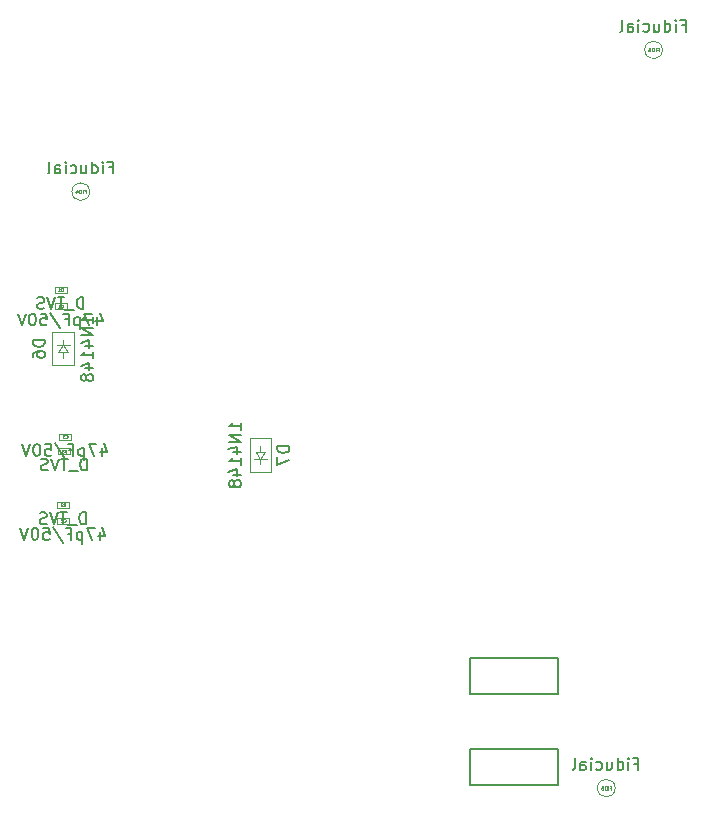
<source format=gbr>
G04 #@! TF.GenerationSoftware,KiCad,Pcbnew,5.1.6+dfsg1-1~bpo10+1*
G04 #@! TF.CreationDate,2021-06-19T16:41:40-04:00*
G04 #@! TF.ProjectId,RUSP_Daughterboard,52555350-5f44-4617-9567-68746572626f,rev?*
G04 #@! TF.SameCoordinates,Original*
G04 #@! TF.FileFunction,Other,Fab,Bot*
%FSLAX46Y46*%
G04 Gerber Fmt 4.6, Leading zero omitted, Abs format (unit mm)*
G04 Created by KiCad (PCBNEW 5.1.6+dfsg1-1~bpo10+1) date 2021-06-19 16:41:40*
%MOMM*%
%LPD*%
G01*
G04 APERTURE LIST*
%ADD10C,0.100000*%
%ADD11C,0.150000*%
%ADD12C,0.040000*%
%ADD13C,0.050000*%
G04 APERTURE END LIST*
D10*
X125300000Y-96450000D02*
X125300000Y-95950000D01*
X125300000Y-95950000D02*
X124300000Y-95950000D01*
X124300000Y-95950000D02*
X124300000Y-96450000D01*
X124300000Y-96450000D02*
X125300000Y-96450000D01*
X125525000Y-114600000D02*
X125525000Y-114100000D01*
X125525000Y-114100000D02*
X124525000Y-114100000D01*
X124525000Y-114100000D02*
X124525000Y-114600000D01*
X124525000Y-114600000D02*
X125525000Y-114600000D01*
X124690000Y-107500000D02*
X125690000Y-107500000D01*
X124690000Y-107000000D02*
X124690000Y-107500000D01*
X125690000Y-107000000D02*
X124690000Y-107000000D01*
X125690000Y-107500000D02*
X125690000Y-107000000D01*
X125300000Y-95050000D02*
X125300000Y-94550000D01*
X125300000Y-94550000D02*
X124300000Y-94550000D01*
X124300000Y-94550000D02*
X124300000Y-95050000D01*
X124300000Y-95050000D02*
X125300000Y-95050000D01*
X124515000Y-113275000D02*
X125515000Y-113275000D01*
X124515000Y-112775000D02*
X124515000Y-113275000D01*
X125515000Y-112775000D02*
X124515000Y-112775000D01*
X125515000Y-113275000D02*
X125515000Y-112775000D01*
X125600000Y-108725000D02*
X125600000Y-108225000D01*
X125600000Y-108225000D02*
X124600000Y-108225000D01*
X124600000Y-108225000D02*
X124600000Y-108725000D01*
X124600000Y-108725000D02*
X125600000Y-108725000D01*
X127250000Y-86500000D02*
G75*
G03*
X127250000Y-86500000I-750000J0D01*
G01*
X175750000Y-74500000D02*
G75*
G03*
X175750000Y-74500000I-750000J0D01*
G01*
X171750000Y-137000000D02*
G75*
G03*
X171750000Y-137000000I-750000J0D01*
G01*
D11*
X159450000Y-129000000D02*
X166950000Y-129000000D01*
X166950000Y-129000000D02*
X166950000Y-126000000D01*
X166950000Y-126000000D02*
X159450000Y-126000000D01*
X159450000Y-126000000D02*
X159450000Y-129000000D01*
X159450000Y-133700000D02*
X159450000Y-136700000D01*
X166950000Y-133700000D02*
X159450000Y-133700000D01*
X166950000Y-136700000D02*
X166950000Y-133700000D01*
X159450000Y-136700000D02*
X166950000Y-136700000D01*
D10*
X125000000Y-100050000D02*
X125000000Y-100550000D01*
X125400000Y-100050000D02*
X125000000Y-99450000D01*
X124600000Y-100050000D02*
X125400000Y-100050000D01*
X125000000Y-99450000D02*
X124600000Y-100050000D01*
X125000000Y-99450000D02*
X125550000Y-99450000D01*
X125000000Y-99450000D02*
X124450000Y-99450000D01*
X125000000Y-99050000D02*
X125000000Y-99450000D01*
X125900000Y-98400000D02*
X124100000Y-98400000D01*
X125900000Y-101200000D02*
X125900000Y-98400000D01*
X124100000Y-101200000D02*
X125900000Y-101200000D01*
X124100000Y-98400000D02*
X124100000Y-101200000D01*
X142600000Y-110200000D02*
X142600000Y-107400000D01*
X142600000Y-107400000D02*
X140800000Y-107400000D01*
X140800000Y-107400000D02*
X140800000Y-110200000D01*
X140800000Y-110200000D02*
X142600000Y-110200000D01*
X141700000Y-109550000D02*
X141700000Y-109150000D01*
X141700000Y-109150000D02*
X142250000Y-109150000D01*
X141700000Y-109150000D02*
X141150000Y-109150000D01*
X141700000Y-109150000D02*
X142100000Y-108550000D01*
X142100000Y-108550000D02*
X141300000Y-108550000D01*
X141300000Y-108550000D02*
X141700000Y-109150000D01*
X141700000Y-108550000D02*
X141700000Y-108050000D01*
D11*
X127871428Y-97155714D02*
X127871428Y-97822380D01*
X128109523Y-96774761D02*
X128347619Y-97489047D01*
X127728571Y-97489047D01*
X127442857Y-96822380D02*
X126776190Y-96822380D01*
X127204761Y-97822380D01*
X126395238Y-97155714D02*
X126395238Y-98155714D01*
X126395238Y-97203333D02*
X126300000Y-97155714D01*
X126109523Y-97155714D01*
X126014285Y-97203333D01*
X125966666Y-97250952D01*
X125919047Y-97346190D01*
X125919047Y-97631904D01*
X125966666Y-97727142D01*
X126014285Y-97774761D01*
X126109523Y-97822380D01*
X126300000Y-97822380D01*
X126395238Y-97774761D01*
X125157142Y-97298571D02*
X125490476Y-97298571D01*
X125490476Y-97822380D02*
X125490476Y-96822380D01*
X125014285Y-96822380D01*
X123919047Y-96774761D02*
X124776190Y-98060476D01*
X123109523Y-96822380D02*
X123585714Y-96822380D01*
X123633333Y-97298571D01*
X123585714Y-97250952D01*
X123490476Y-97203333D01*
X123252380Y-97203333D01*
X123157142Y-97250952D01*
X123109523Y-97298571D01*
X123061904Y-97393809D01*
X123061904Y-97631904D01*
X123109523Y-97727142D01*
X123157142Y-97774761D01*
X123252380Y-97822380D01*
X123490476Y-97822380D01*
X123585714Y-97774761D01*
X123633333Y-97727142D01*
X122442857Y-96822380D02*
X122347619Y-96822380D01*
X122252380Y-96870000D01*
X122204761Y-96917619D01*
X122157142Y-97012857D01*
X122109523Y-97203333D01*
X122109523Y-97441428D01*
X122157142Y-97631904D01*
X122204761Y-97727142D01*
X122252380Y-97774761D01*
X122347619Y-97822380D01*
X122442857Y-97822380D01*
X122538095Y-97774761D01*
X122585714Y-97727142D01*
X122633333Y-97631904D01*
X122680952Y-97441428D01*
X122680952Y-97203333D01*
X122633333Y-97012857D01*
X122585714Y-96917619D01*
X122538095Y-96870000D01*
X122442857Y-96822380D01*
X121823809Y-96822380D02*
X121490476Y-97822380D01*
X121157142Y-96822380D01*
D12*
X124841666Y-96289285D02*
X124853571Y-96301190D01*
X124889285Y-96313095D01*
X124913095Y-96313095D01*
X124948809Y-96301190D01*
X124972619Y-96277380D01*
X124984523Y-96253571D01*
X124996428Y-96205952D01*
X124996428Y-96170238D01*
X124984523Y-96122619D01*
X124972619Y-96098809D01*
X124948809Y-96075000D01*
X124913095Y-96063095D01*
X124889285Y-96063095D01*
X124853571Y-96075000D01*
X124841666Y-96086904D01*
X124603571Y-96313095D02*
X124746428Y-96313095D01*
X124675000Y-96313095D02*
X124675000Y-96063095D01*
X124698809Y-96098809D01*
X124722619Y-96122619D01*
X124746428Y-96134523D01*
D11*
X128096428Y-115305714D02*
X128096428Y-115972380D01*
X128334523Y-114924761D02*
X128572619Y-115639047D01*
X127953571Y-115639047D01*
X127667857Y-114972380D02*
X127001190Y-114972380D01*
X127429761Y-115972380D01*
X126620238Y-115305714D02*
X126620238Y-116305714D01*
X126620238Y-115353333D02*
X126525000Y-115305714D01*
X126334523Y-115305714D01*
X126239285Y-115353333D01*
X126191666Y-115400952D01*
X126144047Y-115496190D01*
X126144047Y-115781904D01*
X126191666Y-115877142D01*
X126239285Y-115924761D01*
X126334523Y-115972380D01*
X126525000Y-115972380D01*
X126620238Y-115924761D01*
X125382142Y-115448571D02*
X125715476Y-115448571D01*
X125715476Y-115972380D02*
X125715476Y-114972380D01*
X125239285Y-114972380D01*
X124144047Y-114924761D02*
X125001190Y-116210476D01*
X123334523Y-114972380D02*
X123810714Y-114972380D01*
X123858333Y-115448571D01*
X123810714Y-115400952D01*
X123715476Y-115353333D01*
X123477380Y-115353333D01*
X123382142Y-115400952D01*
X123334523Y-115448571D01*
X123286904Y-115543809D01*
X123286904Y-115781904D01*
X123334523Y-115877142D01*
X123382142Y-115924761D01*
X123477380Y-115972380D01*
X123715476Y-115972380D01*
X123810714Y-115924761D01*
X123858333Y-115877142D01*
X122667857Y-114972380D02*
X122572619Y-114972380D01*
X122477380Y-115020000D01*
X122429761Y-115067619D01*
X122382142Y-115162857D01*
X122334523Y-115353333D01*
X122334523Y-115591428D01*
X122382142Y-115781904D01*
X122429761Y-115877142D01*
X122477380Y-115924761D01*
X122572619Y-115972380D01*
X122667857Y-115972380D01*
X122763095Y-115924761D01*
X122810714Y-115877142D01*
X122858333Y-115781904D01*
X122905952Y-115591428D01*
X122905952Y-115353333D01*
X122858333Y-115162857D01*
X122810714Y-115067619D01*
X122763095Y-115020000D01*
X122667857Y-114972380D01*
X122048809Y-114972380D02*
X121715476Y-115972380D01*
X121382142Y-114972380D01*
D12*
X125066666Y-114439285D02*
X125078571Y-114451190D01*
X125114285Y-114463095D01*
X125138095Y-114463095D01*
X125173809Y-114451190D01*
X125197619Y-114427380D01*
X125209523Y-114403571D01*
X125221428Y-114355952D01*
X125221428Y-114320238D01*
X125209523Y-114272619D01*
X125197619Y-114248809D01*
X125173809Y-114225000D01*
X125138095Y-114213095D01*
X125114285Y-114213095D01*
X125078571Y-114225000D01*
X125066666Y-114236904D01*
X124971428Y-114236904D02*
X124959523Y-114225000D01*
X124935714Y-114213095D01*
X124876190Y-114213095D01*
X124852380Y-114225000D01*
X124840476Y-114236904D01*
X124828571Y-114260714D01*
X124828571Y-114284523D01*
X124840476Y-114320238D01*
X124983333Y-114463095D01*
X124828571Y-114463095D01*
D11*
X128261428Y-108205714D02*
X128261428Y-108872380D01*
X128499523Y-107824761D02*
X128737619Y-108539047D01*
X128118571Y-108539047D01*
X127832857Y-107872380D02*
X127166190Y-107872380D01*
X127594761Y-108872380D01*
X126785238Y-108205714D02*
X126785238Y-109205714D01*
X126785238Y-108253333D02*
X126690000Y-108205714D01*
X126499523Y-108205714D01*
X126404285Y-108253333D01*
X126356666Y-108300952D01*
X126309047Y-108396190D01*
X126309047Y-108681904D01*
X126356666Y-108777142D01*
X126404285Y-108824761D01*
X126499523Y-108872380D01*
X126690000Y-108872380D01*
X126785238Y-108824761D01*
X125547142Y-108348571D02*
X125880476Y-108348571D01*
X125880476Y-108872380D02*
X125880476Y-107872380D01*
X125404285Y-107872380D01*
X124309047Y-107824761D02*
X125166190Y-109110476D01*
X123499523Y-107872380D02*
X123975714Y-107872380D01*
X124023333Y-108348571D01*
X123975714Y-108300952D01*
X123880476Y-108253333D01*
X123642380Y-108253333D01*
X123547142Y-108300952D01*
X123499523Y-108348571D01*
X123451904Y-108443809D01*
X123451904Y-108681904D01*
X123499523Y-108777142D01*
X123547142Y-108824761D01*
X123642380Y-108872380D01*
X123880476Y-108872380D01*
X123975714Y-108824761D01*
X124023333Y-108777142D01*
X122832857Y-107872380D02*
X122737619Y-107872380D01*
X122642380Y-107920000D01*
X122594761Y-107967619D01*
X122547142Y-108062857D01*
X122499523Y-108253333D01*
X122499523Y-108491428D01*
X122547142Y-108681904D01*
X122594761Y-108777142D01*
X122642380Y-108824761D01*
X122737619Y-108872380D01*
X122832857Y-108872380D01*
X122928095Y-108824761D01*
X122975714Y-108777142D01*
X123023333Y-108681904D01*
X123070952Y-108491428D01*
X123070952Y-108253333D01*
X123023333Y-108062857D01*
X122975714Y-107967619D01*
X122928095Y-107920000D01*
X122832857Y-107872380D01*
X122213809Y-107872380D02*
X121880476Y-108872380D01*
X121547142Y-107872380D01*
D12*
X125231666Y-107339285D02*
X125243571Y-107351190D01*
X125279285Y-107363095D01*
X125303095Y-107363095D01*
X125338809Y-107351190D01*
X125362619Y-107327380D01*
X125374523Y-107303571D01*
X125386428Y-107255952D01*
X125386428Y-107220238D01*
X125374523Y-107172619D01*
X125362619Y-107148809D01*
X125338809Y-107125000D01*
X125303095Y-107113095D01*
X125279285Y-107113095D01*
X125243571Y-107125000D01*
X125231666Y-107136904D01*
X125148333Y-107113095D02*
X124993571Y-107113095D01*
X125076904Y-107208333D01*
X125041190Y-107208333D01*
X125017380Y-107220238D01*
X125005476Y-107232142D01*
X124993571Y-107255952D01*
X124993571Y-107315476D01*
X125005476Y-107339285D01*
X125017380Y-107351190D01*
X125041190Y-107363095D01*
X125112619Y-107363095D01*
X125136428Y-107351190D01*
X125148333Y-107339285D01*
D11*
X126728571Y-96422380D02*
X126728571Y-95422380D01*
X126490476Y-95422380D01*
X126347619Y-95470000D01*
X126252380Y-95565238D01*
X126204761Y-95660476D01*
X126157142Y-95850952D01*
X126157142Y-95993809D01*
X126204761Y-96184285D01*
X126252380Y-96279523D01*
X126347619Y-96374761D01*
X126490476Y-96422380D01*
X126728571Y-96422380D01*
X125966666Y-96517619D02*
X125204761Y-96517619D01*
X125109523Y-95422380D02*
X124538095Y-95422380D01*
X124823809Y-96422380D02*
X124823809Y-95422380D01*
X124347619Y-95422380D02*
X124014285Y-96422380D01*
X123680952Y-95422380D01*
X123395238Y-96374761D02*
X123252380Y-96422380D01*
X123014285Y-96422380D01*
X122919047Y-96374761D01*
X122871428Y-96327142D01*
X122823809Y-96231904D01*
X122823809Y-96136666D01*
X122871428Y-96041428D01*
X122919047Y-95993809D01*
X123014285Y-95946190D01*
X123204761Y-95898571D01*
X123300000Y-95850952D01*
X123347619Y-95803333D01*
X123395238Y-95708095D01*
X123395238Y-95612857D01*
X123347619Y-95517619D01*
X123300000Y-95470000D01*
X123204761Y-95422380D01*
X122966666Y-95422380D01*
X122823809Y-95470000D01*
D12*
X124984523Y-94913095D02*
X124984523Y-94663095D01*
X124925000Y-94663095D01*
X124889285Y-94675000D01*
X124865476Y-94698809D01*
X124853571Y-94722619D01*
X124841666Y-94770238D01*
X124841666Y-94805952D01*
X124853571Y-94853571D01*
X124865476Y-94877380D01*
X124889285Y-94901190D01*
X124925000Y-94913095D01*
X124984523Y-94913095D01*
X124603571Y-94913095D02*
X124746428Y-94913095D01*
X124675000Y-94913095D02*
X124675000Y-94663095D01*
X124698809Y-94698809D01*
X124722619Y-94722619D01*
X124746428Y-94734523D01*
D11*
X126943571Y-114647380D02*
X126943571Y-113647380D01*
X126705476Y-113647380D01*
X126562619Y-113695000D01*
X126467380Y-113790238D01*
X126419761Y-113885476D01*
X126372142Y-114075952D01*
X126372142Y-114218809D01*
X126419761Y-114409285D01*
X126467380Y-114504523D01*
X126562619Y-114599761D01*
X126705476Y-114647380D01*
X126943571Y-114647380D01*
X126181666Y-114742619D02*
X125419761Y-114742619D01*
X125324523Y-113647380D02*
X124753095Y-113647380D01*
X125038809Y-114647380D02*
X125038809Y-113647380D01*
X124562619Y-113647380D02*
X124229285Y-114647380D01*
X123895952Y-113647380D01*
X123610238Y-114599761D02*
X123467380Y-114647380D01*
X123229285Y-114647380D01*
X123134047Y-114599761D01*
X123086428Y-114552142D01*
X123038809Y-114456904D01*
X123038809Y-114361666D01*
X123086428Y-114266428D01*
X123134047Y-114218809D01*
X123229285Y-114171190D01*
X123419761Y-114123571D01*
X123515000Y-114075952D01*
X123562619Y-114028333D01*
X123610238Y-113933095D01*
X123610238Y-113837857D01*
X123562619Y-113742619D01*
X123515000Y-113695000D01*
X123419761Y-113647380D01*
X123181666Y-113647380D01*
X123038809Y-113695000D01*
D12*
X125199523Y-113138095D02*
X125199523Y-112888095D01*
X125140000Y-112888095D01*
X125104285Y-112900000D01*
X125080476Y-112923809D01*
X125068571Y-112947619D01*
X125056666Y-112995238D01*
X125056666Y-113030952D01*
X125068571Y-113078571D01*
X125080476Y-113102380D01*
X125104285Y-113126190D01*
X125140000Y-113138095D01*
X125199523Y-113138095D01*
X124961428Y-112911904D02*
X124949523Y-112900000D01*
X124925714Y-112888095D01*
X124866190Y-112888095D01*
X124842380Y-112900000D01*
X124830476Y-112911904D01*
X124818571Y-112935714D01*
X124818571Y-112959523D01*
X124830476Y-112995238D01*
X124973333Y-113138095D01*
X124818571Y-113138095D01*
D11*
X127028571Y-110097380D02*
X127028571Y-109097380D01*
X126790476Y-109097380D01*
X126647619Y-109145000D01*
X126552380Y-109240238D01*
X126504761Y-109335476D01*
X126457142Y-109525952D01*
X126457142Y-109668809D01*
X126504761Y-109859285D01*
X126552380Y-109954523D01*
X126647619Y-110049761D01*
X126790476Y-110097380D01*
X127028571Y-110097380D01*
X126266666Y-110192619D02*
X125504761Y-110192619D01*
X125409523Y-109097380D02*
X124838095Y-109097380D01*
X125123809Y-110097380D02*
X125123809Y-109097380D01*
X124647619Y-109097380D02*
X124314285Y-110097380D01*
X123980952Y-109097380D01*
X123695238Y-110049761D02*
X123552380Y-110097380D01*
X123314285Y-110097380D01*
X123219047Y-110049761D01*
X123171428Y-110002142D01*
X123123809Y-109906904D01*
X123123809Y-109811666D01*
X123171428Y-109716428D01*
X123219047Y-109668809D01*
X123314285Y-109621190D01*
X123504761Y-109573571D01*
X123600000Y-109525952D01*
X123647619Y-109478333D01*
X123695238Y-109383095D01*
X123695238Y-109287857D01*
X123647619Y-109192619D01*
X123600000Y-109145000D01*
X123504761Y-109097380D01*
X123266666Y-109097380D01*
X123123809Y-109145000D01*
D12*
X125284523Y-108588095D02*
X125284523Y-108338095D01*
X125225000Y-108338095D01*
X125189285Y-108350000D01*
X125165476Y-108373809D01*
X125153571Y-108397619D01*
X125141666Y-108445238D01*
X125141666Y-108480952D01*
X125153571Y-108528571D01*
X125165476Y-108552380D01*
X125189285Y-108576190D01*
X125225000Y-108588095D01*
X125284523Y-108588095D01*
X125058333Y-108338095D02*
X124903571Y-108338095D01*
X124986904Y-108433333D01*
X124951190Y-108433333D01*
X124927380Y-108445238D01*
X124915476Y-108457142D01*
X124903571Y-108480952D01*
X124903571Y-108540476D01*
X124915476Y-108564285D01*
X124927380Y-108576190D01*
X124951190Y-108588095D01*
X125022619Y-108588095D01*
X125046428Y-108576190D01*
X125058333Y-108564285D01*
D11*
X128880952Y-84428571D02*
X129214285Y-84428571D01*
X129214285Y-84952380D02*
X129214285Y-83952380D01*
X128738095Y-83952380D01*
X128357142Y-84952380D02*
X128357142Y-84285714D01*
X128357142Y-83952380D02*
X128404761Y-84000000D01*
X128357142Y-84047619D01*
X128309523Y-84000000D01*
X128357142Y-83952380D01*
X128357142Y-84047619D01*
X127452380Y-84952380D02*
X127452380Y-83952380D01*
X127452380Y-84904761D02*
X127547619Y-84952380D01*
X127738095Y-84952380D01*
X127833333Y-84904761D01*
X127880952Y-84857142D01*
X127928571Y-84761904D01*
X127928571Y-84476190D01*
X127880952Y-84380952D01*
X127833333Y-84333333D01*
X127738095Y-84285714D01*
X127547619Y-84285714D01*
X127452380Y-84333333D01*
X126547619Y-84285714D02*
X126547619Y-84952380D01*
X126976190Y-84285714D02*
X126976190Y-84809523D01*
X126928571Y-84904761D01*
X126833333Y-84952380D01*
X126690476Y-84952380D01*
X126595238Y-84904761D01*
X126547619Y-84857142D01*
X125642857Y-84904761D02*
X125738095Y-84952380D01*
X125928571Y-84952380D01*
X126023809Y-84904761D01*
X126071428Y-84857142D01*
X126119047Y-84761904D01*
X126119047Y-84476190D01*
X126071428Y-84380952D01*
X126023809Y-84333333D01*
X125928571Y-84285714D01*
X125738095Y-84285714D01*
X125642857Y-84333333D01*
X125214285Y-84952380D02*
X125214285Y-84285714D01*
X125214285Y-83952380D02*
X125261904Y-84000000D01*
X125214285Y-84047619D01*
X125166666Y-84000000D01*
X125214285Y-83952380D01*
X125214285Y-84047619D01*
X124309523Y-84952380D02*
X124309523Y-84428571D01*
X124357142Y-84333333D01*
X124452380Y-84285714D01*
X124642857Y-84285714D01*
X124738095Y-84333333D01*
X124309523Y-84904761D02*
X124404761Y-84952380D01*
X124642857Y-84952380D01*
X124738095Y-84904761D01*
X124785714Y-84809523D01*
X124785714Y-84714285D01*
X124738095Y-84619047D01*
X124642857Y-84571428D01*
X124404761Y-84571428D01*
X124309523Y-84523809D01*
X123690476Y-84952380D02*
X123785714Y-84904761D01*
X123833333Y-84809523D01*
X123833333Y-83952380D01*
D13*
X126821428Y-86478571D02*
X126921428Y-86478571D01*
X126921428Y-86635714D02*
X126921428Y-86335714D01*
X126778571Y-86335714D01*
X126664285Y-86635714D02*
X126664285Y-86335714D01*
X126521428Y-86635714D02*
X126521428Y-86335714D01*
X126450000Y-86335714D01*
X126407142Y-86350000D01*
X126378571Y-86378571D01*
X126364285Y-86407142D01*
X126350000Y-86464285D01*
X126350000Y-86507142D01*
X126364285Y-86564285D01*
X126378571Y-86592857D01*
X126407142Y-86621428D01*
X126450000Y-86635714D01*
X126521428Y-86635714D01*
X126092857Y-86435714D02*
X126092857Y-86635714D01*
X126164285Y-86321428D02*
X126235714Y-86535714D01*
X126050000Y-86535714D01*
D11*
X177380952Y-72428571D02*
X177714285Y-72428571D01*
X177714285Y-72952380D02*
X177714285Y-71952380D01*
X177238095Y-71952380D01*
X176857142Y-72952380D02*
X176857142Y-72285714D01*
X176857142Y-71952380D02*
X176904761Y-72000000D01*
X176857142Y-72047619D01*
X176809523Y-72000000D01*
X176857142Y-71952380D01*
X176857142Y-72047619D01*
X175952380Y-72952380D02*
X175952380Y-71952380D01*
X175952380Y-72904761D02*
X176047619Y-72952380D01*
X176238095Y-72952380D01*
X176333333Y-72904761D01*
X176380952Y-72857142D01*
X176428571Y-72761904D01*
X176428571Y-72476190D01*
X176380952Y-72380952D01*
X176333333Y-72333333D01*
X176238095Y-72285714D01*
X176047619Y-72285714D01*
X175952380Y-72333333D01*
X175047619Y-72285714D02*
X175047619Y-72952380D01*
X175476190Y-72285714D02*
X175476190Y-72809523D01*
X175428571Y-72904761D01*
X175333333Y-72952380D01*
X175190476Y-72952380D01*
X175095238Y-72904761D01*
X175047619Y-72857142D01*
X174142857Y-72904761D02*
X174238095Y-72952380D01*
X174428571Y-72952380D01*
X174523809Y-72904761D01*
X174571428Y-72857142D01*
X174619047Y-72761904D01*
X174619047Y-72476190D01*
X174571428Y-72380952D01*
X174523809Y-72333333D01*
X174428571Y-72285714D01*
X174238095Y-72285714D01*
X174142857Y-72333333D01*
X173714285Y-72952380D02*
X173714285Y-72285714D01*
X173714285Y-71952380D02*
X173761904Y-72000000D01*
X173714285Y-72047619D01*
X173666666Y-72000000D01*
X173714285Y-71952380D01*
X173714285Y-72047619D01*
X172809523Y-72952380D02*
X172809523Y-72428571D01*
X172857142Y-72333333D01*
X172952380Y-72285714D01*
X173142857Y-72285714D01*
X173238095Y-72333333D01*
X172809523Y-72904761D02*
X172904761Y-72952380D01*
X173142857Y-72952380D01*
X173238095Y-72904761D01*
X173285714Y-72809523D01*
X173285714Y-72714285D01*
X173238095Y-72619047D01*
X173142857Y-72571428D01*
X172904761Y-72571428D01*
X172809523Y-72523809D01*
X172190476Y-72952380D02*
X172285714Y-72904761D01*
X172333333Y-72809523D01*
X172333333Y-71952380D01*
D13*
X175321428Y-74478571D02*
X175421428Y-74478571D01*
X175421428Y-74635714D02*
X175421428Y-74335714D01*
X175278571Y-74335714D01*
X175164285Y-74635714D02*
X175164285Y-74335714D01*
X175021428Y-74635714D02*
X175021428Y-74335714D01*
X174950000Y-74335714D01*
X174907142Y-74350000D01*
X174878571Y-74378571D01*
X174864285Y-74407142D01*
X174850000Y-74464285D01*
X174850000Y-74507142D01*
X174864285Y-74564285D01*
X174878571Y-74592857D01*
X174907142Y-74621428D01*
X174950000Y-74635714D01*
X175021428Y-74635714D01*
X174578571Y-74335714D02*
X174721428Y-74335714D01*
X174735714Y-74478571D01*
X174721428Y-74464285D01*
X174692857Y-74450000D01*
X174621428Y-74450000D01*
X174592857Y-74464285D01*
X174578571Y-74478571D01*
X174564285Y-74507142D01*
X174564285Y-74578571D01*
X174578571Y-74607142D01*
X174592857Y-74621428D01*
X174621428Y-74635714D01*
X174692857Y-74635714D01*
X174721428Y-74621428D01*
X174735714Y-74607142D01*
D11*
X173380952Y-134928571D02*
X173714285Y-134928571D01*
X173714285Y-135452380D02*
X173714285Y-134452380D01*
X173238095Y-134452380D01*
X172857142Y-135452380D02*
X172857142Y-134785714D01*
X172857142Y-134452380D02*
X172904761Y-134500000D01*
X172857142Y-134547619D01*
X172809523Y-134500000D01*
X172857142Y-134452380D01*
X172857142Y-134547619D01*
X171952380Y-135452380D02*
X171952380Y-134452380D01*
X171952380Y-135404761D02*
X172047619Y-135452380D01*
X172238095Y-135452380D01*
X172333333Y-135404761D01*
X172380952Y-135357142D01*
X172428571Y-135261904D01*
X172428571Y-134976190D01*
X172380952Y-134880952D01*
X172333333Y-134833333D01*
X172238095Y-134785714D01*
X172047619Y-134785714D01*
X171952380Y-134833333D01*
X171047619Y-134785714D02*
X171047619Y-135452380D01*
X171476190Y-134785714D02*
X171476190Y-135309523D01*
X171428571Y-135404761D01*
X171333333Y-135452380D01*
X171190476Y-135452380D01*
X171095238Y-135404761D01*
X171047619Y-135357142D01*
X170142857Y-135404761D02*
X170238095Y-135452380D01*
X170428571Y-135452380D01*
X170523809Y-135404761D01*
X170571428Y-135357142D01*
X170619047Y-135261904D01*
X170619047Y-134976190D01*
X170571428Y-134880952D01*
X170523809Y-134833333D01*
X170428571Y-134785714D01*
X170238095Y-134785714D01*
X170142857Y-134833333D01*
X169714285Y-135452380D02*
X169714285Y-134785714D01*
X169714285Y-134452380D02*
X169761904Y-134500000D01*
X169714285Y-134547619D01*
X169666666Y-134500000D01*
X169714285Y-134452380D01*
X169714285Y-134547619D01*
X168809523Y-135452380D02*
X168809523Y-134928571D01*
X168857142Y-134833333D01*
X168952380Y-134785714D01*
X169142857Y-134785714D01*
X169238095Y-134833333D01*
X168809523Y-135404761D02*
X168904761Y-135452380D01*
X169142857Y-135452380D01*
X169238095Y-135404761D01*
X169285714Y-135309523D01*
X169285714Y-135214285D01*
X169238095Y-135119047D01*
X169142857Y-135071428D01*
X168904761Y-135071428D01*
X168809523Y-135023809D01*
X168190476Y-135452380D02*
X168285714Y-135404761D01*
X168333333Y-135309523D01*
X168333333Y-134452380D01*
D13*
X171321428Y-136978571D02*
X171421428Y-136978571D01*
X171421428Y-137135714D02*
X171421428Y-136835714D01*
X171278571Y-136835714D01*
X171164285Y-137135714D02*
X171164285Y-136835714D01*
X171021428Y-137135714D02*
X171021428Y-136835714D01*
X170950000Y-136835714D01*
X170907142Y-136850000D01*
X170878571Y-136878571D01*
X170864285Y-136907142D01*
X170850000Y-136964285D01*
X170850000Y-137007142D01*
X170864285Y-137064285D01*
X170878571Y-137092857D01*
X170907142Y-137121428D01*
X170950000Y-137135714D01*
X171021428Y-137135714D01*
X170592857Y-136835714D02*
X170650000Y-136835714D01*
X170678571Y-136850000D01*
X170692857Y-136864285D01*
X170721428Y-136907142D01*
X170735714Y-136964285D01*
X170735714Y-137078571D01*
X170721428Y-137107142D01*
X170707142Y-137121428D01*
X170678571Y-137135714D01*
X170621428Y-137135714D01*
X170592857Y-137121428D01*
X170578571Y-137107142D01*
X170564285Y-137078571D01*
X170564285Y-137007142D01*
X170578571Y-136978571D01*
X170592857Y-136964285D01*
X170621428Y-136950000D01*
X170678571Y-136950000D01*
X170707142Y-136964285D01*
X170721428Y-136978571D01*
X170735714Y-137007142D01*
D11*
X127552380Y-97657142D02*
X127552380Y-97085714D01*
X127552380Y-97371428D02*
X126552380Y-97371428D01*
X126695238Y-97276190D01*
X126790476Y-97180952D01*
X126838095Y-97085714D01*
X127552380Y-98085714D02*
X126552380Y-98085714D01*
X127552380Y-98657142D01*
X126552380Y-98657142D01*
X126885714Y-99561904D02*
X127552380Y-99561904D01*
X126504761Y-99323809D02*
X127219047Y-99085714D01*
X127219047Y-99704761D01*
X127552380Y-100609523D02*
X127552380Y-100038095D01*
X127552380Y-100323809D02*
X126552380Y-100323809D01*
X126695238Y-100228571D01*
X126790476Y-100133333D01*
X126838095Y-100038095D01*
X126885714Y-101466666D02*
X127552380Y-101466666D01*
X126504761Y-101228571D02*
X127219047Y-100990476D01*
X127219047Y-101609523D01*
X126980952Y-102133333D02*
X126933333Y-102038095D01*
X126885714Y-101990476D01*
X126790476Y-101942857D01*
X126742857Y-101942857D01*
X126647619Y-101990476D01*
X126600000Y-102038095D01*
X126552380Y-102133333D01*
X126552380Y-102323809D01*
X126600000Y-102419047D01*
X126647619Y-102466666D01*
X126742857Y-102514285D01*
X126790476Y-102514285D01*
X126885714Y-102466666D01*
X126933333Y-102419047D01*
X126980952Y-102323809D01*
X126980952Y-102133333D01*
X127028571Y-102038095D01*
X127076190Y-101990476D01*
X127171428Y-101942857D01*
X127361904Y-101942857D01*
X127457142Y-101990476D01*
X127504761Y-102038095D01*
X127552380Y-102133333D01*
X127552380Y-102323809D01*
X127504761Y-102419047D01*
X127457142Y-102466666D01*
X127361904Y-102514285D01*
X127171428Y-102514285D01*
X127076190Y-102466666D01*
X127028571Y-102419047D01*
X126980952Y-102323809D01*
X123452380Y-99061904D02*
X122452380Y-99061904D01*
X122452380Y-99300000D01*
X122500000Y-99442857D01*
X122595238Y-99538095D01*
X122690476Y-99585714D01*
X122880952Y-99633333D01*
X123023809Y-99633333D01*
X123214285Y-99585714D01*
X123309523Y-99538095D01*
X123404761Y-99442857D01*
X123452380Y-99300000D01*
X123452380Y-99061904D01*
X122452380Y-100490476D02*
X122452380Y-100300000D01*
X122500000Y-100204761D01*
X122547619Y-100157142D01*
X122690476Y-100061904D01*
X122880952Y-100014285D01*
X123261904Y-100014285D01*
X123357142Y-100061904D01*
X123404761Y-100109523D01*
X123452380Y-100204761D01*
X123452380Y-100395238D01*
X123404761Y-100490476D01*
X123357142Y-100538095D01*
X123261904Y-100585714D01*
X123023809Y-100585714D01*
X122928571Y-100538095D01*
X122880952Y-100490476D01*
X122833333Y-100395238D01*
X122833333Y-100204761D01*
X122880952Y-100109523D01*
X122928571Y-100061904D01*
X123023809Y-100014285D01*
X140052380Y-106657142D02*
X140052380Y-106085714D01*
X140052380Y-106371428D02*
X139052380Y-106371428D01*
X139195238Y-106276190D01*
X139290476Y-106180952D01*
X139338095Y-106085714D01*
X140052380Y-107085714D02*
X139052380Y-107085714D01*
X140052380Y-107657142D01*
X139052380Y-107657142D01*
X139385714Y-108561904D02*
X140052380Y-108561904D01*
X139004761Y-108323809D02*
X139719047Y-108085714D01*
X139719047Y-108704761D01*
X140052380Y-109609523D02*
X140052380Y-109038095D01*
X140052380Y-109323809D02*
X139052380Y-109323809D01*
X139195238Y-109228571D01*
X139290476Y-109133333D01*
X139338095Y-109038095D01*
X139385714Y-110466666D02*
X140052380Y-110466666D01*
X139004761Y-110228571D02*
X139719047Y-109990476D01*
X139719047Y-110609523D01*
X139480952Y-111133333D02*
X139433333Y-111038095D01*
X139385714Y-110990476D01*
X139290476Y-110942857D01*
X139242857Y-110942857D01*
X139147619Y-110990476D01*
X139100000Y-111038095D01*
X139052380Y-111133333D01*
X139052380Y-111323809D01*
X139100000Y-111419047D01*
X139147619Y-111466666D01*
X139242857Y-111514285D01*
X139290476Y-111514285D01*
X139385714Y-111466666D01*
X139433333Y-111419047D01*
X139480952Y-111323809D01*
X139480952Y-111133333D01*
X139528571Y-111038095D01*
X139576190Y-110990476D01*
X139671428Y-110942857D01*
X139861904Y-110942857D01*
X139957142Y-110990476D01*
X140004761Y-111038095D01*
X140052380Y-111133333D01*
X140052380Y-111323809D01*
X140004761Y-111419047D01*
X139957142Y-111466666D01*
X139861904Y-111514285D01*
X139671428Y-111514285D01*
X139576190Y-111466666D01*
X139528571Y-111419047D01*
X139480952Y-111323809D01*
X144152380Y-108061904D02*
X143152380Y-108061904D01*
X143152380Y-108300000D01*
X143200000Y-108442857D01*
X143295238Y-108538095D01*
X143390476Y-108585714D01*
X143580952Y-108633333D01*
X143723809Y-108633333D01*
X143914285Y-108585714D01*
X144009523Y-108538095D01*
X144104761Y-108442857D01*
X144152380Y-108300000D01*
X144152380Y-108061904D01*
X143152380Y-108966666D02*
X143152380Y-109633333D01*
X144152380Y-109204761D01*
M02*

</source>
